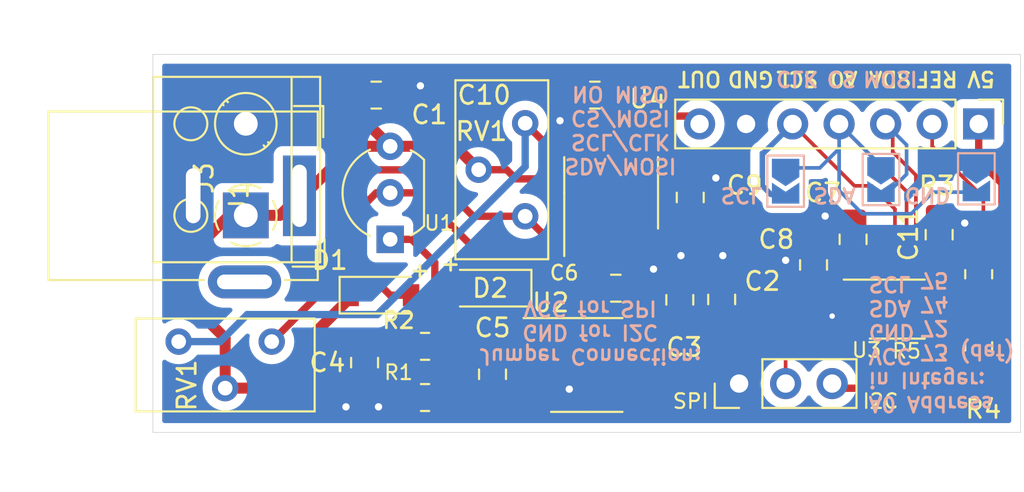
<source format=kicad_pcb>
(kicad_pcb (version 20211014) (generator pcbnew)
  (layers (0 "F.Cu" signal "Front") (31 "B.Cu" signal "Back") (34 "B.Paste" user) (35 "F.Paste" user) (36 "B.SilkS" user "B.Silkscreen") (37 "F.SilkS" user "F.Silkscreen") (38 "B.Mask" user) (39 "F.Mask" user) (44 "Edge.Cuts" user))
  (net 0 "")
  (net 1 "VCC")
  (net 2 "GND")
  (net 3 "5.4V")
  (net 4 "Net-(C4-Pad1)")
  (net 5 "Net-(C5-Pad1)")
  (net 6 "Net-(C5-Pad2)")
  (net 7 "NEG_BIAS")
  (net 8 "VREFIO")
  (net 9 "SDA")
  (net 10 "A0")
  (net 11 "SCL")
  (net 12 "COM_SEL")
  (net 13 "Net-(RV1-Pad1)")
  (net 14 "Net-(RV1-Pad3)")
  (net 18 "OUT")
  (net 21 "BUFF_OUT")
  (footprint "Capacitor_SMD:C_0805_2012Metric_Pad1.18x1.45mm_HandSolder" (layer "F.Cu") (at 128.016 80.391 90)
    (fp_text reference "C8" (at 1.397 -2.032) (layer "F.SilkS"))
    (fp_text value "100n")
    (fp_line (start -0.261252 -0.735) (end 0.261252 -0.735) (layer "F.SilkS") (width 0.12))
    (fp_line (start -0.261252 0.735) (end 0.261252 0.735) (layer "F.SilkS") (width 0.12))
    (pad "1" smd roundrect (at -1.0375 0 90) (size 1.175 1.45) (layers "F.Cu" "F.Paste" "F.Mask") (roundrect_rratio 0.212766) (net 3 "5.4V"))
    (pad "2" smd roundrect (at 1.0375 0 90) (size 1.175 1.45) (layers "F.Cu" "F.Paste" "F.Mask") (roundrect_rratio 0.212766) (net 2 "GND"))
  )
  (footprint "Resistor_SMD:R_0805_2012Metric_Pad1.20x1.40mm_HandSolder" (layer "F.Cu") (at 134.874 86.614 90)
    (fp_text reference "R5" (at 1.524 -1.778) (layer "F.SilkS") (effects (font (size 0.8 0.8) (thickness 0.12))))
    (fp_text value "10k")
    (fp_line (start -0.227064 0.735) (end 0.227064 0.735) (layer "F.SilkS") (width 0.12))
    (fp_line (start -0.227064 -0.735) (end 0.227064 -0.735) (layer "F.SilkS") (width 0.12))
    (pad "1" smd roundrect (at -1 0 90) (size 1.2 1.4) (layers "F.Cu" "F.Paste" "F.Mask") (roundrect_rratio 0.208333) (net 3 "5.4V"))
    (pad "2" smd roundrect (at 1 0 90) (size 1.2 1.4) (layers "F.Cu" "F.Paste" "F.Mask") (roundrect_rratio 0.208333) (net 11 "SCL"))
  )
  (footprint "Resistor_SMD:R_0805_2012Metric_Pad1.20x1.40mm_HandSolder" (layer "F.Cu") (at 137.033 80.899 -90)
    (fp_text reference "R3" (at -4.826 2.286 -180) (layer "F.SilkS"))
    (fp_text value "10k")
    (fp_line (start -0.227064 -0.735) (end 0.227064 -0.735) (layer "F.SilkS") (width 0.12))
    (fp_line (start -0.227064 0.735) (end 0.227064 0.735) (layer "F.SilkS") (width 0.12))
    (pad "1" smd roundrect (at -1 0 270) (size 1.2 1.4) (layers "F.Cu" "F.Paste" "F.Mask") (roundrect_rratio 0.208333) (net 3 "5.4V"))
    (pad "2" smd roundrect (at 1 0 270) (size 1.2 1.4) (layers "F.Cu" "F.Paste" "F.Mask") (roundrect_rratio 0.208333) (net 9 "SDA"))
  )
  (footprint "Capacitor_SMD:C_0805_2012Metric_Pad1.18x1.45mm_HandSolder" (layer "F.Cu") (at 134.874 78.74 90)
    (fp_text reference "C11" (at 0 -1.68 90) (layer "F.SilkS"))
    (fp_text value "1u")
    (fp_line (start -0.261252 0.735) (end 0.261252 0.735) (layer "F.SilkS") (width 0.12))
    (fp_line (start -0.261252 -0.735) (end 0.261252 -0.735) (layer "F.SilkS") (width 0.12))
    (pad "1" smd roundrect (at -1.0375 0 90) (size 1.175 1.45) (layers "F.Cu" "F.Paste" "F.Mask") (roundrect_rratio 0.212766) (net 8 "VREFIO"))
    (pad "2" smd roundrect (at 1.0375 0 90) (size 1.175 1.45) (layers "F.Cu" "F.Paste" "F.Mask") (roundrect_rratio 0.212766) (net 2 "GND"))
  )
  (footprint "Potentiometer_THT:Potentiometer_Bourns_3296Y_Vertical" (layer "F.Cu") (at 98.435 84.577)
    (fp_text reference "RV1" (at -4.6328 2.3926 90) (layer "F.SilkS"))
    (fp_text value "20k")
    (fp_line (start -7.425 3.81) (end 2.345 3.81) (layer "F.SilkS") (width 0.12))
    (fp_line (start 2.345 -1.26) (end 2.345 3.81) (layer "F.SilkS") (width 0.12))
    (fp_line (start -7.425 -1.26) (end 2.345 -1.26) (layer "F.SilkS") (width 0.12))
    (fp_line (start -7.425 -1.26) (end -7.425 3.81) (layer "F.SilkS") (width 0.12))
    (pad "1" thru_hole circle (at 0 0) (size 1.44 1.44) (drill 0.8) (layers *.Cu *.Mask) (net 13 "Net-(RV1-Pad1)"))
    (pad "2" thru_hole circle (at -2.54 2.54) (size 1.44 1.44) (drill 0.8) (layers *.Cu *.Mask) (net 1 "VCC"))
    (pad "3" thru_hole circle (at -5.08 0) (size 1.44 1.44) (drill 0.8) (layers *.Cu *.Mask) (net 14 "Net-(RV1-Pad3)"))
  )
  (footprint "Diode_SMD:D_SOD-123" (layer "F.Cu") (at 110.363 81.661 180)
    (fp_text reference "D2" (at 0 0) (layer "F.SilkS"))
    (fp_text value "D_Schottky")
    (fp_line (start -2.25 -1) (end 1.65 -1) (layer "F.SilkS") (width 0.12))
    (fp_line (start -2.25 1) (end 1.65 1) (layer "F.SilkS") (width 0.12))
    (fp_line (start -2.25 -1) (end -2.25 1) (layer "F.SilkS") (width 0.12))
    (pad "1" smd rect (at -1.65 0 180) (size 0.9 1.2) (layers "F.Cu" "F.Paste" "F.Mask") (net 3 "5.4V"))
    (pad "2" smd rect (at 1.65 0 180) (size 0.9 1.2) (layers "F.Cu" "F.Paste" "F.Mask") (net 4 "Net-(C4-Pad1)"))
  )
  (footprint "Resistor_SMD:R_0805_2012Metric_Pad1.20x1.40mm_HandSolder" (layer "F.Cu") (at 106.807 87.63 180)
    (fp_text reference "R1" (at 1.4478 1.3716) (layer "F.SilkS") (effects (font (size 0.8 0.8) (thickness 0.12))))
    (fp_text value "1k")
    (fp_line (start -0.227064 -0.735) (end 0.227064 -0.735) (layer "F.SilkS") (width 0.12))
    (fp_line (start -0.227064 0.735) (end 0.227064 0.735) (layer "F.SilkS") (width 0.12))
    (pad "1" smd roundrect (at -1 0 180) (size 1.2 1.4) (layers "F.Cu" "F.Paste" "F.Mask") (roundrect_rratio 0.208333) (net 4 "Net-(C4-Pad1)"))
    (pad "2" smd roundrect (at 1 0 180) (size 1.2 1.4) (layers "F.Cu" "F.Paste" "F.Mask") (roundrect_rratio 0.208333) (net 2 "GND"))
  )
  (footprint "Capacitor_SMD:C_0805_2012Metric_Pad1.18x1.45mm_HandSolder" (layer "F.Cu") (at 116.078 71.12 180)
    (fp_text reference "C10" (at 6.0452 0) (layer "F.SilkS"))
    (fp_text value "100n")
    (fp_line (start -0.261252 -0.735) (end 0.261252 -0.735) (layer "F.SilkS") (width 0.12))
    (fp_line (start -0.261252 0.735) (end 0.261252 0.735) (layer "F.SilkS") (width 0.12))
    (pad "1" smd roundrect (at -1.0375 0 180) (size 1.175 1.45) (layers "F.Cu" "F.Paste" "F.Mask") (roundrect_rratio 0.212766) (net 1 "VCC"))
    (pad "2" smd roundrect (at 1.0375 0 180) (size 1.175 1.45) (layers "F.Cu" "F.Paste" "F.Mask") (roundrect_rratio 0.212766) (net 2 "GND"))
  )
  (footprint "Package_SO:SOIC-8_3.9x4.9mm_P1.27mm" (layer "F.Cu") (at 115.635 85.852)
    (fp_text reference "U2" (at -1.97 -3.4) (layer "F.SilkS"))
    (fp_text value "ICL7660")
    (fp_line (start 0 -2.56) (end -3.45 -2.56) (layer "F.SilkS") (width 0.12))
    (fp_line (start 0 2.56) (end 1.95 2.56) (layer "F.SilkS") (width 0.12))
    (fp_line (start 0 -2.56) (end 1.95 -2.56) (layer "F.SilkS") (width 0.12))
    (fp_line (start 0 2.56) (end -1.95 2.56) (layer "F.SilkS") (width 0.12))
    (pad "1" smd roundrect (at -2.475 -1.905) (size 1.95 0.6) (layers "F.Cu" "F.Paste" "F.Mask"))
    (pad "2" smd roundrect (at -2.475 -0.635) (size 1.95 0.6) (layers "F.Cu" "F.Paste" "F.Mask") (net 5 "Net-(C5-Pad1)"))
    (pad "3" smd roundrect (at -2.475 0.635) (size 1.95 0.6) (layers "F.Cu" "F.Paste" "F.Mask") (net 2 "GND"))
    (pad "4" smd roundrect (at -2.475 1.905) (size 1.95 0.6) (layers "F.Cu" "F.Paste" "F.Mask") (net 6 "Net-(C5-Pad2)"))
    (pad "5" smd roundrect (at 2.475 1.905) (size 1.95 0.6) (layers "F.Cu" "F.Paste" "F.Mask") (net 7 "NEG_BIAS"))
    (pad "6" smd roundrect (at 2.475 0.635) (size 1.95 0.6) (layers "F.Cu" "F.Paste" "F.Mask"))
    (pad "7" smd roundrect (at 2.475 -0.635) (size 1.95 0.6) (layers "F.Cu" "F.Paste" "F.Mask"))
    (pad "8" smd roundrect (at 2.475 -1.905) (size 1.95 0.6) (layers "F.Cu" "F.Paste" "F.Mask") (net 3 "5.4V"))
  )
  (footprint "Capacitor_SMD:C_0805_2012Metric_Pad1.18x1.45mm_HandSolder" (layer "F.Cu") (at 120.715 82.296 90)
    (fp_text reference "C3" (at -2.5908 0.2398 180) (layer "F.SilkS"))
    (fp_text value "100n")
    (fp_line (start -0.261252 -0.735) (end 0.261252 -0.735) (layer "F.SilkS") (width 0.12))
    (fp_line (start -0.261252 0.735) (end 0.261252 0.735) (layer "F.SilkS") (width 0.12))
    (pad "1" smd roundrect (at -1.0375 0 90) (size 1.175 1.45) (layers "F.Cu" "F.Paste" "F.Mask") (roundrect_rratio 0.212766) (net 3 "5.4V"))
    (pad "2" smd roundrect (at 1.0375 0 90) (size 1.175 1.45) (layers "F.Cu" "F.Paste" "F.Mask") (roundrect_rratio 0.212766) (net 2 "GND"))
  )
  (footprint "Package_TO_SOT_THT:TO-92_Inline_Wide" (layer "F.Cu") (at 104.902 78.994 90)
    (fp_text reference "U1" (at 0.889 2.667) (layer "F.SilkS") (effects (font (size 0.8 0.8) (thickness 0.12))))
    (fp_text value "LM317L_TO92")
    (fp_line (start 0.74 1.85) (end 4.34 1.85) (layer "F.SilkS") (width 0.12))
    (fp_arc (start 4.864184 1.122795) (mid 4.633903 1.509328) (end 4.34 1.85) (layer "F.SilkS") (width 0.12))
    (fp_arc (start 0.1836 -1.098807) (mid 1.143021 -2.192817) (end 2.54 -2.6) (layer "F.SilkS") (width 0.12))
    (fp_arc (start 0.74 1.85) (mid 0.446097 1.509328) (end 0.215816 1.122795) (layer "F.SilkS") (width 0.12))
    (fp_arc (start 2.54 -2.6) (mid 3.936979 -2.192818) (end 4.8964 -1.098807) (layer "F.SilkS") (width 0.12))
    (pad "1" thru_hole rect (at 0 0 90) (size 1.5 1.5) (drill 0.8) (layers *.Cu *.Mask) (net 4 "Net-(C4-Pad1)"))
    (pad "2" thru_hole circle (at 2.54 0 90) (size 1.5 1.5) (drill 0.8) (layers *.Cu *.Mask) (net 3 "5.4V"))
    (pad "3" thru_hole circle (at 5.08 0 90) (size 1.5 1.5) (drill 0.8) (layers *.Cu *.Mask) (net 1 "VCC"))
  )
  (footprint "Capacitor_SMD:C_0805_2012Metric_Pad1.18x1.45mm_HandSolder" (layer "F.Cu") (at 104.14 71.12)
    (fp_text reference "C1" (at 2.8956 1.0668) (layer "F.SilkS"))
    (fp_text value "100n")
    (fp_line (start -0.261252 0.735) (end 0.261252 0.735) (layer "F.SilkS") (width 0.12))
    (fp_line (start -0.261252 -0.735) (end 0.261252 -0.735) (layer "F.SilkS") (width 0.12))
    (pad "1" smd roundrect (at -1.0375 0) (size 1.175 1.45) (layers "F.Cu" "F.Paste" "F.Mask") (roundrect_rratio 0.212766) (net 1 "VCC"))
    (pad "2" smd roundrect (at 1.0375 0) (size 1.175 1.45) (layers "F.Cu" "F.Paste" "F.Mask") (roundrect_rratio 0.212766) (net 2 "GND"))
  )
  (footprint "Capacitor_SMD:C_0805_2012Metric_Pad1.18x1.45mm_HandSolder" (layer "F.Cu") (at 103.505 85.725 -90)
    (fp_text reference "C4" (at 0 2.032 180) (layer "F.SilkS"))
    (fp_text value "10u")
    (fp_line (start -0.261252 0.735) (end 0.261252 0.735) (layer "F.SilkS") (width 0.12))
    (fp_line (start -0.261252 -0.735) (end 0.261252 -0.735) (layer "F.SilkS") (width 0.12))
    (pad "1" smd roundrect (at -1.0375 0 270) (size 1.175 1.45) (layers "F.Cu" "F.Paste" "F.Mask") (roundrect_rratio 0.212766) (net 4 "Net-(C4-Pad1)"))
    (pad "2" smd roundrect (at 1.0375 0 270) (size 1.175 1.45) (layers "F.Cu" "F.Paste" "F.Mask") (roundrect_rratio 0.212766) (net 2 "GND"))
  )
  (footprint "Capacitor_SMD:C_0805_2012Metric_Pad1.18x1.45mm_HandSolder" (layer "F.Cu") (at 123.001 82.2745 90)
    (fp_text reference "C2" (at 0.9945 2.221 180) (layer "F.SilkS"))
    (fp_text value "1u")
    (fp_line (start -0.261252 -0.735) (end 0.261252 -0.735) (layer "F.SilkS") (width 0.12))
    (fp_line (start -0.261252 0.735) (end 0.261252 0.735) (layer "F.SilkS") (width 0.12))
    (pad "1" smd roundrect (at -1.0375 0 90) (size 1.175 1.45) (layers "F.Cu" "F.Paste" "F.Mask") (roundrect_rratio 0.212766) (net 3 "5.4V"))
    (pad "2" smd roundrect (at 1.0375 0 90) (size 1.175 1.45) (layers "F.Cu" "F.Paste" "F.Mask") (roundrect_rratio 0.212766) (net 2 "GND"))
  )
  (footprint "Connector_PinHeader_2.54mm:PinHeader_1x07_P2.54mm_Vertical" (layer "F.Cu") (at 137.033 72.6948 -90)
    (fp_text reference "J2" hide)
    (fp_text value "Conn_01x07_Male")
    (fp_line (start -1.33 16.57) (end 1.33 16.57) (layer "F.SilkS") (width 0.12))
    (fp_line (start -1.33 1.27) (end 1.33 1.27) (layer "F.SilkS") (width 0.12))
    (fp_line (start -1.33 0) (end -1.33 -1.33) (layer "F.SilkS") (width 0.12))
    (fp_line (start 1.33 1.27) (end 1.33 16.57) (layer "F.SilkS") (width 0.12))
    (fp_line (start -1.33 -1.33) (end 0 -1.33) (layer "F.SilkS") (width 0.12))
    (fp_line (start -1.33 1.27) (end -1.33 16.57) (layer "F.SilkS") (width 0.12))
    (pad "1" thru_hole rect (at 0 0 270) (size 1.7 1.7) (drill 1) (layers *.Cu *.Mask) (net 3 "5.4V"))
    (pad "2" thru_hole oval (at 0 2.54 270) (size 1.7 1.7) (drill 1) (layers *.Cu *.Mask) (net 8 "VREFIO"))
    (pad "3" thru_hole oval (at 0 5.08 270) (size 1.7 1.7) (drill 1) (layers *.Cu *.Mask) (net 9 "SDA"))
    (pad "4" thru_hole oval (at 0 7.62 270) (size 1.7 1.7) (drill 1) (layers *.Cu *.Mask) (net 10 "A0"))
    (pad "5" thru_hole oval (at 0 10.16 270) (size 1.7 1.7) (drill 1) (layers *.Cu *.Mask) (net 11 "SCL"))
    (pad "6" thru_hole oval (at 0 12.7 270) (size 1.7 1.7) (drill 1) (layers *.Cu *.Mask) (net 2 "GND"))
    (pad "7" thru_hole oval (at 0 15.24 270) (size 1.7 1.7) (drill 1) (layers *.Cu *.Mask) (net 21 "BUFF_OUT"))
  )
  (footprint "Connector_BarrelJack:BarrelJack_AE" (layer "F.Cu") (at 99.949 76.616 -90)
    (fp_text reference "J1" (at 0.092 3.302 -270) (layer "F.SilkS"))
    (fp_text value "Barrel_Jack_Switch")
    (fp_line (start 4.6 13.7) (end -4.6 13.7) (layer "F.SilkS") (width 0.12))
    (fp_line (start -3.2 -1.3) (end -4.9 -1.3) (layer "F.SilkS") (width 0.12))
    (fp_line (start -4.9 -1.3) (end -4.9 0.3) (layer "F.SilkS") (width 0.12))
    (fp_line (start 2.5 -1) (end 4.6 -1) (layer "F.SilkS") (width 0.12))
    (fp_line (start -4.6 13.7) (end -4.6 -1) (layer "F.SilkS") (width 0.12))
    (fp_line (start 4.6 -1) (end 4.6 0.8) (layer "F.SilkS") (width 0.12))
    (fp_line (start -4.6 -1) (end -2.5 -1) (layer "F.SilkS") (width 0.12))
    (fp_line (start 4.6 5.2) (end 4.6 13.7) (layer "F.SilkS") (width 0.12))
    (pad "1" thru_hole rect (at 0 0 270) (size 4.4 1.8) (drill oval 3.4 0.8) (layers *.Cu *.Mask) (net 1 "VCC"))
    (pad "2" thru_hole oval (at 0 5.8 270) (size 4 1.8) (drill oval 3 0.8) (layers *.Cu *.Mask) (net 2 "GND"))
    (pad "3" thru_hole oval (at 4.7 3) (size 4 1.8) (drill oval 3 0.8) (layers *.Cu *.Mask))
  )
  (footprint "Resistor_SMD:R_0805_2012Metric_Pad1.20x1.40mm_HandSolder" (layer "F.Cu") (at 106.807 84.836 180)
    (fp_text reference "R2" (at 1.4478 1.4224) (layer "F.SilkS") (effects (font (size 0.9 0.9))))
    (fp_text value "1k")
    (fp_line (start -0.227064 -0.735) (end 0.227064 -0.735) (layer "F.SilkS") (width 0.12))
    (fp_line (start -0.227064 0.735) (end 0.227064 0.735) (layer "F.SilkS") (width 0.12))
    (pad "1" smd roundrect (at -1 0 180) (size 1.2 1.4) (layers "F.Cu" "F.Paste" "F.Mask") (roundrect_rratio 0.208333) (net 3 "5.4V"))
    (pad "2" smd roundrect (at 1 0 180) (size 1.2 1.4) (layers "F.Cu" "F.Paste" "F.Mask") (roundrect_rratio 0.208333) (net 4 "Net-(C4-Pad1)"))
  )
  (footprint "Capacitor_SMD:C_0805_2012Metric_Pad1.18x1.45mm_HandSolder" (layer "F.Cu") (at 121.285 76.708 90)
    (fp_text reference "C9" (at 0.6604 2.9718 180) (layer "F.SilkS"))
    (fp_text value "100n")
    (fp_line (start -0.261252 0.735) (end 0.261252 0.735) (layer "F.SilkS") (width 0.12))
    (fp_line (start -0.261252 -0.735) (end 0.261252 -0.735) (layer "F.SilkS") (width 0.12))
    (pad "1" smd roundrect (at -1.0375 0 90) (size 1.175 1.45) (layers "F.Cu" "F.Paste" "F.Mask") (roundrect_rratio 0.212766) (net 7 "NEG_BIAS"))
    (pad "2" smd roundrect (at 1.0375 0 90) (size 1.175 1.45) (layers "F.Cu" "F.Paste" "F.Mask") (roundrect_rratio 0.212766) (net 2 "GND"))
  )
  (footprint "Capacitor_SMD:C_0805_2012Metric_Pad1.18x1.45mm_HandSolder" (layer "F.Cu") (at 110.49 86.36 -90)
    (fp_text reference "C5" (at -2.54 0 180) (layer "F.SilkS"))
    (fp_text value "10u")
    (fp_line (start -0.261252 -0.735) (end 0.261252 -0.735) (layer "F.SilkS") (width 0.12))
    (fp_line (start -0.261252 0.735) (end 0.261252 0.735) (layer "F.SilkS") (width 0.12))
    (pad "1" smd roundrect (at -1.0375 0 270) (size 1.175 1.45) (layers "F.Cu" "F.Paste" "F.Mask") (roundrect_rratio 0.212766) (net 5 "Net-(C5-Pad1)"))
    (pad "2" smd roundrect (at 1.0375 0 270) (size 1.175 1.45) (layers "F.Cu" "F.Paste" "F.Mask") (roundrect_rratio 0.212766) (net 6 "Net-(C5-Pad2)"))
  )
  (footprint "Diode_SMD:D_SOD-123" (layer "F.Cu") (at 104.394 82.042)
    (fp_text reference "D1" (at -2.794 -1.905) (layer "F.SilkS"))
    (fp_text value "D_Schottky")
    (fp_line (start -2.25 1) (end 1.65 1) (layer "F.SilkS") (width 0.12))
    (fp_line (start -2.25 -1) (end 1.65 -1) (layer "F.SilkS") (width 0.12))
    (fp_line (start -2.25 -1) (end -2.25 1) (layer "F.SilkS") (width 0.12))
    (pad "1" smd rect (at -1.65 0) (size 0.9 1.2) (layers "F.Cu" "F.Paste" "F.Mask") (net 1 "VCC"))
    (pad "2" smd rect (at 1.65 0) (size 0.9 1.2) (layers "F.Cu" "F.Paste" "F.Mask") (net 3 "5.4V"))
  )
  (footprint "TerminalBlock_RND:TerminalBlock_RND_205-00001_1x02_P5.00mm_Horizontal" (layer "F.Cu") (at 97.02 77.684 90)
    (fp_text reference "J3" (at 2.032 -2.286 90) (layer "F.SilkS"))
    (fp_text value "Screw_Terminal_01x02")
    (fp_line (start 6.07 -1.275) (end 6.011 -1.216) (layer "F.SilkS") (width 0.12))
    (fp_line (start -2.8 4.3) (end -1.3 4.3) (layer "F.SilkS") (width 0.12))
    (fp_line (start 3.82 0.976) (end 3.726 1.069) (layer "F.SilkS") (width 0.12))
    (fp_line (start -2.8 2.56) (end -2.8 4.3) (layer "F.SilkS") (width 0.12))
    (fp_line (start 7.56 -5.06) (end 7.56 4.06) (layer "F.SilkS") (width 0.12))
    (fp_line (start -2.56 -5.06) (end -2.56 4.06) (layer "F.SilkS") (width 0.12))
    (fp_line (start 6.275 -1.069) (end 6.181 -0.976) (layer "F.SilkS") (width 0.12))
    (fp_line (start -2.56 -5.06) (end 7.56 -5.06) (layer "F.SilkS") (width 0.12))
    (fp_line (start -2.56 2.5) (end 7.56 2.5) (layer "F.SilkS") (width 0.12))
    (fp_line (start 3.99 1.216) (end 3.931 1.274) (layer "F.SilkS") (width 0.12))
    (fp_line (start -2.56 4.06) (end 7.56 4.06) (layer "F.SilkS") (width 0.12))
    (fp_arc (start 0.788712 1.483352) (mid 0.406429 1.630097) (end 0 1.68) (layer "F.SilkS") (width 0.12))
    (fp_arc (start -1.483953 0.789089) (mid -1.680708 0.00005) (end -1.484 -0.789) (layer "F.SilkS") (width 0.12))
    (fp_arc (start 0.029383 1.68045) (mid -0.392304 1.634281) (end -0.789 1.484) (layer "F.SilkS") (width 0.12))
    (fp_arc (start 1.483953 -0.789089) (mid 1.680708 -0.00005) (end 1.484 0.789) (layer "F.SilkS") (width 0.12))
    (fp_arc (start -0.789089 -1.483953) (mid -0.00005 -1.680708) (end 0.789 -1.484) (layer "F.SilkS") (width 0.12))
    (fp_circle (center 5 -3) (end 5.9 -3) (layer "F.SilkS") (width 0.12) (fill none))
    (fp_circle (center 0 -3) (end 0.9 -3) (layer "F.SilkS") (width 0.12) (fill none))
    (fp_circle (center 5 0) (end 6.68 0) (layer "F.SilkS") (width 0.12) (fill none))
    (pad "1" thru_hole rect (at 0 0 90) (size 2.5 2.5) (drill 1.3) (layers *.Cu *.Mask) (net 1 "VCC"))
    (pad "2" thru_hole circle (at 5 0 90) (size 2.5 2.5) (drill 1.3) (layers *.Cu *.Mask) (net 2 "GND"))
  )
  (footprint "Connector_PinHeader_2.54mm:PinHeader_1x03_P2.54mm_Vertical" (layer "F.Cu") (at 123.952 86.868 90)
    (fp_text reference "JP1" hide)
    (fp_text value "Jumper_3_Open")
    (fp_line (start -1.33 1.27) (end 1.33 1.27) (layer "F.SilkS") (width 0.12))
    (fp_line (start -1.33 0) (end -1.33 -1.33) (layer "F.SilkS") (width 0.12))
    (fp_line (start -1.33 -1.33) (end 0 -1.33) (layer "F.SilkS") (width 0.12))
    (fp_line (start -1.33 1.27) (end -1.33 6.41) (layer "F.SilkS") (width 0.12))
    (fp_line (start -1.33 6.41) (end 1.33 6.41) (layer "F.SilkS") (width 0.12))
    (fp_line (start 1.33 1.27) (end 1.33 6.41) (layer "F.SilkS") (width 0.12))
    (pad "1" thru_hole rect (at 0 0 90) (size 1.7 1.7) (drill 1) (layers *.Cu *.Mask) (net 2 "GND"))
    (pad "2" thru_hole oval (at 0 2.54 90) (size 1.7 1.7) (drill 1) (layers *.Cu *.Mask) (net 12 "COM_SEL"))
    (pad "3" thru_hole oval (at 0 5.08 90) (size 1.7 1.7) (drill 1) (layers *.Cu *.Mask) (net 3 "5.4V"))
  )
  (footprint "Package_SO:VSSOP-10_3x3mm_P0.5mm" (layer "F.Cu") (at 132.588 82.804)
    (fp_text reference "U3" (at -1.6764 2.2352) (layer "F.SilkS") (effects (font (size 0.8 0.8) (thickness 0.12))))
    (fp_text value "DAC80501MDGSR")
    (fp_text user "I2C" (at -0.9144 5.0292) (layer "F.SilkS") (effects (font (size 0.8 0.8) (thickness 0.12))))
    (fp_text user "SPI" (at -11.2776 5.0292) (layer "F.SilkS") (effects (font (size 0.8 0.8) (thickness 0.12))))
    (fp_line (start 0 -1.61) (end 1.5 -1.61) (layer "F.SilkS") (width 0.12))
    (fp_line (start 0 1.61) (end -1.5 1.61) (layer "F.SilkS") (width 0.12))
    (fp_line (start 0 1.61) (end 1.5 1.61) (layer "F.SilkS") (width 0.12))
    (fp_line (start 0 -1.61) (end -2.925 -1.61) (layer "F.SilkS") (width 0.12))
    (pad "1" smd roundrect (at -2.2 -1) (size 1.45 0.3) (layers "F.Cu" "F.Paste" "F.Mask") (net 3 "5.4V"))
    (pad "2" smd roundrect (at -2.2 -0.5) (size 1.45 0.3) (layers "F.Cu" "F.Paste" "F.Mask") (net 18 "OUT"))
    (pad "3" smd roundrect (at -2.2 0) (size 1.45 0.3) (layers "F.Cu" "F.Paste" "F.Mask"))
    (pad "4" smd roundrect (at -2.2 0.5) (size 1.45 0.3) (layers "F.Cu" "F.Paste" "F.Mask") (net 2 "GND"))
    (pad "5" smd roundrect (at -2.2 1) (size 1.45 0.3) (layers "F.Cu" "F.Paste" "F.Mask") (net 12 "COM_SEL"))
    (pad "6" smd roundrect (at 2.2 1) (size 1.45 0.3) (layers "F.Cu" "F.Paste" "F.Mask") (net 11 "SCL"))
    (pad "7" smd roundrect (at 2.2 0.5) (size 1.45 0.3) (layers "F.Cu" "F.Paste" "F.Mask") (net 10 "A0"))
    (pad "8" smd roundrect (at 2.2 0) (size 1.45 0.3) (layers "F.Cu" "F.Paste" "F.Mask") (net 9 "SDA"))
    (pad "9" smd roundrect (at 2.2 -0.5) (size 1.45 0.3) (layers "F.Cu" "F.Paste" "F.Mask"))
    (pad "10" smd roundrect (at 2.2 -1) (size 1.45 0.3) (layers "F.Cu" "F.Paste" "F.Mask") (net 8 "VREFIO"))
  )
  (footprint "Capacitor_SMD:C_0805_2012Metric_Pad1.18x1.45mm_HandSolder" (layer "F.Cu") (at 117.221 81.661)
    (fp_text reference "C6" (at -2.8194 -0.8382) (layer "F.SilkS") (effects (font (size 0.8 0.8) (thickness 0.13))))
    (fp_text value "10u")
    (fp_line (start -0.261252 0.735) (end 0.261252 0.735) (layer "F.SilkS") (width 0.12))
    (fp_line (start -0.261252 -0.735) (end 0.261252 -0.735) (layer "F.SilkS") (width 0.12))
    (pad "1" smd roundrect (at -1.0375 0) (size 1.175 1.45) (layers "F.Cu" "F.Paste" "F.Mask") (roundrect_rratio 0.212766) (net 7 "NEG_BIAS"))
    (pad "2" smd roundrect (at 1.0375 0) (size 1.175 1.45) (layers "F.Cu" "F.Paste" "F.Mask") (roundrect_rratio 0.212766) (net 2 "GND"))
  )
  (footprint "Potentiometer_THT:Potentiometer_Bourns_3296Y_Vertical" (layer "F.Cu") (at 112.273 77.734 -90)
    (fp_text reference "RV1" (at -4.6328 2.3926 180) (layer "F.SilkS"))
    (fp_text value "20k")
    (fp_line (start -7.425 -1.26) (end 2.345 -1.26) (layer "F.SilkS") (width 0.12))
    (fp_line (start -7.425 3.81) (end 2.345 3.81) (layer "F.SilkS") (width 0.12))
    (fp_line (start -7.425 -1.26) (end -7.425 3.81) (layer "F.SilkS") (width 0.12))
    (fp_line (start 2.345 -1.26) (end 2.345 3.81) (layer "F.SilkS") (width 0.12))
    (pad "1" thru_hole circle (at 0 0 270) (size 1.44 1.44) (drill 0.8) (layers *.Cu *.Mask) (net 13 "Net-(RV1-Pad1)"))
    (pad "2" thru_hole circle (at -2.54 2.54 270) (size 1.44 1.44) (drill 0.8) (layers *.Cu *.Mask) (net 1 "VCC"))
    (pad "3" thru_hole circle (at -5.08 0 270) (size 1.44 1.44) (drill 0.8) (layers *.Cu *.Mask) (net 14 "Net-(RV1-Pad3)"))
  )
  (footprint "Resistor_SMD:R_0805_2012Metric_Pad1.20x1.40mm_HandSolder" (layer "F.Cu") (at 137.033 84.836 90)
    (fp_text reference "R4" (at -3.429 0.254 180) (layer "F.SilkS"))
    (fp_text value "10k")
    (fp_line (start -0.227064 -0.735) (end 0.227064 -0.735) (layer "F.SilkS") (width 0.12))
    (fp_line (start -0.227064 0.735) (end 0.227064 0.735) (layer "F.SilkS") (width 0.12))
    (pad "1" smd roundrect (at -1 0 90) (size 1.2 1.4) (layers "F.Cu" "F.Paste" "F.Mask") (roundrect_rratio 0.208333) (net 3 "5.4V"))
    (pad "2" smd roundrect (at 1 0 90) (size 1.2 1.4) (layers "F.Cu" "F.Paste" "F.Mask") (roundrect_rratio 0.208333) (net 10 "A0"))
  )
  (footprint "Capacitor_SMD:C_0805_2012Metric_Pad1.18x1.45mm_HandSolder" (layer "F.Cu") (at 130.175 78.994 90)
    (fp_text reference "C7" (at 2.54 -1.651 180) (layer "F.SilkS"))
    (fp_text value "1u")
    (fp_line (start -0.261252 -0.735) (end 0.261252 -0.735) (layer "F.SilkS") (width 0.12))
    (fp_line (start -0.261252 0.735) (end 0.261252 0.735) (layer "F.SilkS") (width 0.12))
    (pad "1" smd roundrect (at -1.0375 0 90) (size 1.175 1.45) (layers "F.Cu" "F.Paste" "F.Mask") (roundrect_rratio 0.212766) (net 3 "5.4V"))
    (pad "2" smd roundrect (at 1.0375 0 90) (size 1.175 1.45) (layers "F.Cu" "F.Paste" "F.Mask") (roundrect_rratio 0.212766) (net 2 "GND"))
  )
  (footprint "Package_SO:SOIC-8_3.9x4.9mm_P1.27mm" (layer "F.Cu") (at 116.967 76.454 90)
    (fp_text reference "U4" (at 5.1308 2.0066 180) (layer "F.SilkS"))
    (fp_text value "OP07")
    (fp_line (start 0 2.56) (end 1.95 2.56) (layer "F.SilkS") (width 0.12))
    (fp_line (start 0 2.56) (end -1.95 2.56) (layer "F.SilkS") (width 0.12))
    (fp_line (start 0 -2.56) (end -3.45 -2.56) (layer "F.SilkS") (width 0.12))
    (fp_line (start 0 -2.56) (end 1.95 -2.56) (layer "F.SilkS") (width 0.12))
    (pad "1" smd roundrect (at -2.475 -1.905 90) (size 1.95 0.6) (layers "F.Cu" "F.Paste" "F.Mask") (net 13 "Net-(RV1-Pad1)"))
    (pad "2" smd roundrect (at -2.475 -0.635 90) (size 1.95 0.6) (layers "F.Cu" "F.Paste" "F.Mask") (net 21 "BUFF_OUT"))
    (pad "3" smd roundrect (at -2.475 0.635 90) (size 1.95 0.6) (layers "F.Cu" "F.Paste" "F.Mask") (net 18 "OUT"))
    (pad "4" smd roundrect (at -2.475 1.905 90) (size 1.95 0.6) (layers "F.Cu" "F.Paste" "F.Mask") (net 7 "NEG_BIAS"))
    (pad "5" smd roundrect (at 2.475 1.905 90) (size 1.95 0.6) (layers "F.Cu" "F.Paste" "F.Mask"))
    (pad "6" smd roundrect (at 2.475 0.635 90) (size 1.95 0.6) (layers "F.Cu" "F.Paste" "F.Mask") (net 21 "BUFF_OUT"))
    (pad "7" smd roundrect (at 2.475 -0.635 90) (size 1.95 0.6) (layers "F.Cu" "F.Paste" "F.Mask") (net 1 "VCC"))
    (pad "8" smd roundrect (at 2.475 -1.905 90) (size 1.95 0.6) (layers "F.Cu" "F.Paste" "F.Mask") (net 14 "Net-(RV1-Pad3)"))
  )
  (footprint "Jumper:SolderJumper-2_P1.3mm_Open_TrianglePad1.0x1.5mm" (layer "B.Cu") (at 136.906 75.692 -90)
    (fp_text reference "JP4" hide)
    (fp_text value "SolderJumper_2_Open")
    (fp_line (start 1.4 1) (end 1.4 -1) (layer "B.SilkS") (width 0.12))
    (fp_line (start 1.4 -1) (end -1.4 -1) (layer "B.SilkS") (width 0.12))
    (fp_line (start -1.4 1) (end 1.4 1) (layer "B.SilkS") (width 0.12))
    (fp_line (start -1.4 -1) (end -1.4 1) (layer "B.SilkS") (width 0.12))
    (pad "1" smd custom (at -0.725 0 270) (size 0.3 0.3) (layers "B.Cu" "B.Mask") (net 2 "GND") (options (clearance outline) (anchor rect)) (primitives (gr_poly (pts (xy 1 0) (xy 0.5 0.75) (xy -0.5 0.75) (xy -0.5 -0.75) (xy 0.5 -0.75)) (width 0) (fill yes))))
    (pad "2" smd custom (at 0.725 0 270) (size 0.3 0.3) (layers "B.Cu" "B.Mask") (net 10 "A0") (options (clearance outline) (anchor rect)) (primitives (gr_poly (pts (xy 0.5 0.75) (xy -0.65 0.75) (xy -0.15 0) (xy -0.65 -0.75) (xy 0.5 -0.75)) (width 0) (fill yes))))
  )
  (footprint "Jumper:SolderJumper-2_P1.3mm_Open_TrianglePad1.0x1.5mm" (layer "B.Cu") (at 126.492 75.819 -90)
    (fp_text reference "JP3" hide)
    (fp_text value "SolderJumper_2_Open")
    (fp_line (start 1.4 1) (end 1.4 -1) (layer "B.SilkS") (width 0.12))
    (fp_line (start -1.4 1) (end 1.4 1) (layer "B.SilkS") (width 0.12))
    (fp_line (start 1.4 -1) (end -1.4 -1) (layer "B.SilkS") (width 0.12))
    (fp_line (start -1.4 -1) (end -1.4 1) (layer "B.SilkS") (width 0.12))
    (pad "1" smd custom (at -0.725 0 270) (size 0.3 0.3) (layers "B.Cu" "B.Mask") (net 10 "A0") (options (clearance outline) (anchor rect)) (primitives (gr_poly (pts (xy 1 0) (xy 0.5 0.75) (xy -0.5 0.75) (xy -0.5 -0.75) (xy 0.5 -0.75)) (width 0) (fill yes))))
    (pad "2" smd custom (at 0.725 0 270) (size 0.3 0.3) (layers "B.Cu" "B.Mask") (net 11 "SCL") (options (clearance outline) (anchor rect)) (primitives (gr_poly (pts (xy 0.5 0.75) (xy -0.65 0.75) (xy -0.15 0) (xy -0.65 -0.75) (xy 0.5 -0.75)) (width 0) (fill yes))))
  )
  (footprint "Jumper:SolderJumper-2_P1.3mm_Open_TrianglePad1.0x1.5mm" (layer "B.Cu") (at 131.699 75.729 -90)
    (fp_text reference "JP2" hide)
    (fp_text value "SolderJumper_2_Open")
    (fp_line (start 1.4 1) (end 1.4 -1) (layer "B.SilkS") (width 0.12))
    (fp_line (start -1.4 1) (end 1.4 1) (layer "B.SilkS") (width 0.12))
    (fp_line (start 1.4 -1) (end -1.4 -1) (layer "B.SilkS") (width 0.12))
    (fp_line (start -1.4 -1) (end -1.4 1) (layer "B.SilkS") (width 0.12))
    (pad "1" smd custom (at -0.725 0 270) (size 0.3 0.3) (layers "B.Cu" "B.Mask") (net 10 "A0") (options (clearance outline) (anchor rect)) (primitives (gr_poly (pts (xy 1 0) (xy 0.5 0.75) (xy -0.5 0.75) (xy -0.5 -0.75) (xy 0.5 -0.75)) (width 0) (fill yes))))
    (pad "2" smd custom (at 0.725 0 270) (size 0.3 0.3) (layers "B.Cu" "B.Mask") (net 9 "SDA") (options (clearance outline) (anchor rect)) (primitives (gr_poly (pts (xy 0.5 0.75) (xy -0.65 0.75) (xy -0.15 0) (xy -0.65 -0.75) (xy 0.5 -0.75)) (width 0) (fill yes))))
  )
  (gr_rect (start 91.948 68.896) (end 139.319 89.535) (layer "Edge.Cuts") (width 0.0381) (fill none))
  (gr_text "SDA" (at 129.159 76.581 180) (layer "B.SilkS") (effects (font (size 0.8128 0.8128) (thickness 0.1524)) (justify mirror)))
  (gr_text "MOSI" (at 132.207 70.231 180) (layer "B.SilkS") (effects (font (size 0.8128 0.8128) (thickness 0.1524)) (justify mirror)))
  (gr_text "SDA/MOSI\nSCL/CLK\nCS/MOSI\nNO MISO" (at 117.475 73.025 180) (layer "B.SilkS") (effects (font (size 0.8128 0.8128) (thickness 0.1524)) (justify mirror)))
  (gr_text "SCL" (at 124.079 76.581 180) (layer "B.SilkS") (effects (font (size 0.8128 0.8128) (thickness 0.1524)) (justify mirror)))
  (gr_text "CLK" (at 127.127 70.231 180) (layer "B.SilkS") (effects (font (size 0.8128 0.8128) (thickness 0.1524)) (justify mirror)))
  (gr_text "GND" (at 134.239 76.581 180) (layer "B.SilkS") (effects (font (size 0.8128 0.8128) (thickness 0.1524)) (justify mirror)))
  (gr_text "73 (def)\n72\n74\n75" (at 133.731 83.185 180) (layer "B.SilkS") (effects (font (size 0.8128 0.8128) (thickness 0.1524)) (justify left mirror)))
  (gr_text "CS" (at 129.54 70.231 180) (layer "B.SilkS") (effects (font (size 0.8128 0.8128) (thickness 0.1524)) (justify mirror)))
  (gr_text "Jumper Connection:\nGND for I2C\nVCC for SPI\n" (at 115.824 84.074 180) (layer "B.SilkS") (effects (font (size 0.8128 0.8128) (thickness 0.1524)) (justify mirror)))
  (gr_text "A0 Address\nin Integer:\nVCC\nGND\nSDA\nSCL" (at 130.937 84.709 180) (layer "B.SilkS") (effects (font (size 0.8128 0.8128) (thickness 0.1524)) (justify left mirror)))
  (gr_text "SDA" (at 132.207 70.231 180) (layer "F.SilkS") (effects (font (size 0.8128 0.8128) (thickness 0.1524))))
  (gr_text "OUT" (at 121.793 70.231 180) (layer "F.SilkS") (effects (font (size 0.8128 0.8128) (thickness 0.1524))))
  (gr_text "SCL" (at 127.127 70.231 180) (layer "F.SilkS") (effects (font (size 0.8128 0.8128) (thickness 0.1524))))
  (gr_text "+" (at 106.5276 80.6704) (layer "F.SilkS") (effects (font (size 0.8128 0.8128) (thickness 0.1524))))
  (gr_text "5V" (at 137.16 70.231 180) (layer "F.SilkS") (effects (font (size 0.8128 0.8128) (thickness 0.1524))))
  (gr_text "REF" (at 134.747 70.231 180) (layer "F.SilkS") (effects (font (size 0.8128 0.8128) (thickness 0.1524))))
  (gr_text "GND" (at 124.587 70.231 180) (layer "F.SilkS") (effects (font (size 0.8128 0.8128) (thickness 0.1524))))
  (gr_text "A0" (at 129.667 70.231 180) (layer "F.SilkS") (effects (font (size 0.8128 0.8128) (thickness 0.1524))))
  (gr_text "+" (at 108.204 80.3148) (layer "F.SilkS") (effects (font (size 0.8128 0.8128) (thickness 0.1524))))
  (segment (start 97.02 77.684) (end 98.881 77.684) (width 0.6) (layer "F.Cu") (net 1))
  (segment (start 116.332 73.979) (end 116.332 71.9035) (width 0.4) (layer "F.Cu") (net 1))
  (segment (start 111.262 75.194) (end 109.733 75.194) (width 0.4) (layer "F.Cu") (net 1))
  (segment (start 116.332 75.057) (end 116.332 73.979) (width 0.4) (layer "F.Cu") (net 1))
  (segment (start 100.183 87.117) (end 95.895 87.117) (width 0.6) (layer "F.Cu") (net 1))
  (segment (start 108.453 73.914) (end 109.733 75.194) (width 0.6) (layer "F.Cu") (net 1))
  (segment (start 99.822 76.962) (end 102.87 73.914) (width 0.6) (layer "F.Cu") (net 1))
  (segment (start 100.8 86.5) (end 100.183 87.117) (width 0.6) (layer "F.Cu") (net 1))
  (segment (start 102.744 82.156) (end 100.8 84.1) (width 0.6) (layer "F.Cu") (net 1))
  (segment (start 116.332 71.9035) (end 117.1155 71.12) (width 0.4) (layer "F.Cu") (net 1))
  (segment (start 97.02 77.684) (end 96.116 77.684) (width 0.6) (layer "F.Cu") (net 1))
  (segment (start 111.76 75.692) (end 111.262 75.194) (width 0.4) (layer "F.Cu") (net 1))
  (segment (start 95.895 84.395) (end 95.895 87.117) (width 0.6) (layer "F.Cu") (net 1))
  (segment (start 93.6 80.2) (end 93.6 82.1) (width 0.6) (layer "F.Cu") (net 1))
  (segment (start 111.76 75.692) (end 115.697 75.692) (width 0.4) (layer "F.Cu") (net 1))
  (segment (start 93.6 82.1) (end 95.895 84.395) (width 0.6) (layer "F.Cu") (net 1))
  (segment (start 102.744 82.042) (end 102.744 82.156) (width 0.6) (layer "F.Cu") (net 1))
  (segment (start 102.87 73.914) (end 104.902 73.914) (width 0.6) (layer "F.Cu") (net 1))
  (segment (start 96.116 77.684) (end 93.6 80.2) (width 0.6) (layer "F.Cu") (net 1))
  (segment (start 100.8 84.1) (end 100.8 86.5) (width 0.6) (layer "F.Cu") (net 1))
  (segment (start 103.1025 71.12) (end 103.1025 72.1145) (width 0.6) (layer "F.Cu") (net 1))
  (segment (start 103.1025 72.1145) (end 104.902 73.914) (width 0.6) (layer "F.Cu") (net 1))
  (segment (start 98.881 77.684) (end 99.949 76.616) (width 0.6) (layer "F.Cu") (net 1))
  (segment (start 115.697 75.692) (end 116.332 75.057) (width 0.4) (layer "F.Cu") (net 1))
  (segment (start 104.902 73.914) (end 108.453 73.914) (width 0.6) (layer "F.Cu") (net 1))
  (segment (start 105.1775 71.0985) (end 105.664 70.612) (width 0.6) (layer "F.Cu") (net 2))
  (segment (start 122.6527 75.6705) (end 122.682 75.6412) (width 0.6) (layer "F.Cu") (net 2))
  (segment (start 115.0405 71.7765) (end 115.0405 71.12) (width 0.6) (layer "F.Cu") (net 2))
  (segment (start 114.173 72.517) (end 114.808 71.882) (width 0.6) (layer "F.Cu") (net 2))
  (segment (start 126.492 80.137) (end 127.2325 80.137) (width 0.6) (layer "F.Cu") (net 2))
  (segment (start 135.2765 78.105) (end 134.874 77.7025) (width 0.6) (layer "F.Cu") (net 2))
  (segment (start 120.715 81.2585) (end 120.715 79.945) (width 0.6) (layer "F.Cu") (net 2))
  (segment (start 129.151 83.304) (end 130.388 83.304) (width 0.4) (layer "F.Cu") (net 2))
  (segment (start 102.489 87.7785) (end 103.505 86.7625) (width 0.6) (layer "F.Cu") (net 2))
  (segment (start 118.2585 81.6395) (end 119.2784 80.6196) (width 0.6) (layer "F.Cu") (net 2))
  (segment (start 113.16 86.487) (end 113.9952 86.487) (width 0.6) (layer "F.Cu") (net 2))
  (segment (start 105.299 88.138) (end 105.807 87.63) (width 0.6) (layer "F.Cu") (net 2))
  (segment (start 114.935 71.882) (end 115.0405 71.7765) (width 0.6) (layer "F.Cu") (net 2))
  (segment (start 136.271 78.105) (end 135.2765 78.105) (width 0.6) (layer "F.Cu") (net 2))
  (segment (start 120.715 79.945) (end 120.777 79.883) (width 0.6) (layer "F.Cu") (net 2))
  (segment (start 129.032 83.185) (end 129.151 83.304) (width 0.4) (layer "F.Cu") (net 2))
  (segment (start 105.664 70.612) (end 106.553 70.612) (width 0.6) (layer "F.Cu") (net 2))
  (segment (start 123.001 81.237) (end 123.001 79.945) (width 0.6) (layer "F.Cu") (net 2))
  (segment (start 113.9952 86.487) (end 114.681 87.1728) (width 0.6) (layer "F.Cu") (net 2))
  (segment (start 104.267 88.138) (end 105.299 88.138) (width 0.6) (layer "F.Cu") (net 2))
  (segment (start 114.808 71.882) (end 114.935 71.882) (width 0.6) (layer "F.Cu") (net 2))
  (segment (start 121.285 75.6705) (end 122.6527 75.6705) (width 0.6) (layer "F.Cu") (net 2))
  (segment (start 123.001 79.945) (end 123.063 79.883) (width 0.6) (layer "F.Cu") (net 2))
  (segment (start 102.489 88.138) (end 102.489 87.7785) (width 0.6) (layer "F.Cu") (net 2))
  (segment (start 127.2325 80.137) (end 128.016 79.3535) (width 0.6) (layer "F.Cu") (net 2))
  (segment (start 128.651 77.724) (end 129.9425 77.724) (width 0.6) (layer "F.Cu") (net 2))
  (via (at 106.553 70.612) (size 0.9) (drill 0.4) (layers "F.Cu" "B.Cu") (net 2))
  (via (at 114.173 72.517) (size 0.9) (drill 0.4) (layers "F.Cu" "B.Cu") (net 2))
  (via (at 114.681 87.1728) (size 0.9) (drill 0.4) (layers "F.Cu" "B.Cu") (net 2))
  (via (at 120.777 79.883) (size 0.9) (drill 0.4) (layers "F.Cu" "B.Cu") (net 2))
  (via (at 123.063 79.883) (size 0.9) (drill 0.4) (layers "F.Cu" "B.Cu") (net 2))
  (via (at 122.682 75.6412) (size 0.9) (drill 0.4) (layers "F.Cu" "B.Cu") (net 2))
  (via (at 136.271 78.105) (size 0.9) (drill 0.4) (layers "F.Cu" "B.Cu") (net 2))
  (via (at 129.032 83.185) (size 0.6) (drill 0.3) (layers "F.Cu" "B.Cu") (net 2))
  (via (at 128.651 77.724) (size 0.9) (drill 0.4) (layers "F.Cu" "B.Cu") (net 2))
  (via (at 104.267 88.138) (size 0.9) (drill 0.4) (layers "F.Cu" "B.Cu") (net 2))
  (via (at 119.2784 80.6196) (size 0.9) (drill 0.4) (layers "F.Cu" "B.Cu") (net 2))
  (via (at 102.489 88.138) (size 0.9) (drill 0.4) (layers "F.Cu" "B.Cu") (net 2))
  (via (at 126.492 80.137) (size 0.9) (drill 0.4) (layers "F.Cu" "B.Cu") (net 2))
  (segment (start 106.044 82.042) (end 104.902 82.042) (width 0.4) (layer "F.Cu") (net 3))
  (segment (start 131.556 81.804) (end 131.572 81.788) (width 0.4) (layer "F.Cu") (net 3))
  (segment (start 138.303 86.487) (end 137.668 87.122) (width 0.4) (layer "F.Cu") (net 3))
  (segment (start 112.1908 81.4832) (end 114.7572 81.4832) (width 0.4) (layer "F.Cu") (net 3))
  (segment (start 106.426 82.424) (end 106.426 83.328) (width 0.4) (layer "F.Cu") (net 3))
  (segment (start 119.7356 88.5952) (end 116.3828 88.5952) (width 0.4) (layer "F.Cu") (net 3))
  (segment (start 138.303 78.613) (end 137.033 79.883) (width 0.4) (layer "F.Cu") (net 3))
  (segment (start 118.11 83.947) (end 119.1514 83.947) (width 0.4) (layer "F.Cu") (net 3))
  (segment (start 102.616 79.756) (end 102.616 77.978) (width 0.4) (layer "F.Cu") (net 3))
  (segment (start 104.14 76.454) (end 104.902 76.454) (width 0.4) (layer "F.Cu") (net 3))
  (segment (start 130.81 87.122) (end 129.032 87.122) (width 0.4) (layer "F.Cu") (net 3))
  (segment (start 115.697 87.9094) (end 116.3828 88.5952) (width 0.4) (layer "F.Cu") (net 3))
  (segment (start 132.207 85.725) (end 134.096 87.614) (width 0.4) (layer "F.Cu") (net 3))
  (segment (start 131.826 85.344) (end 132.207 85.725) (width 0.4) (layer "F.Cu") (net 3))
  (segment (start 115.697 86.487) (end 115.697 87.9094) (width 0.4) (layer "F.Cu") (net 3))
  (segment (start 138.303 84.836) (end 137.303 85.836) (width 0.4) (layer "F.Cu") (net 3))
  (segment (start 130.388 81.804) (end 131.556 81.804) (width 0.4) (layer "F.Cu") (net 3))
  (segment (start 106.044 82.042) (end 106.426 82.424) (width 0.4) (layer "F.Cu") (net 3))
  (segment (start 138.303 75.946) (end 137.033 74.676) (width 0.4) (layer "F.Cu") (net 3))
  (segment (start 130.388 81.804) (end 128.3915 81.804) (width 0.4) (layer "F.Cu") (net 3))
  (segment (start 138.303 84.836) (end 138.303 78.613) (width 0.4) (layer "F.Cu") (net 3))
  (segment (start 138.303 84.836) (end 138.303 86.487) (width 0.4) (layer "F.Cu") (net 3))
  (segment (start 102.616 77.978) (end 104.14 76.454) (width 0.4) (layer "F.Cu") (net 3))
  (segment (start 129.286 81.788) (end 131.064 81.788) (width 0.4) (layer "F.Cu") (net 3))
  (segment (start 119.7356 84.3129) (end 120.715 83.3335) (width 0.4) (layer "F.Cu") (net 3))
  (segment (start 104.902 76.454) (end 106.454 76.454) (width 0.4) (layer "F.Cu") (net 3))
  (segment (start 111.661 81.661) (end 112.013 81.661) (width 0.4) (layer "F.Cu") (net 3))
  (segment (start 119.7356 84.5312) (end 119.7356 88.5952) (width 0.4) (layer "F.Cu") (net 3))
  (segment (start 137.668 87.122) (end 135.366 87.122) (width 0.4) (layer "F.Cu") (net 3))
  (segment (start 135.366 87.122) (end 134.874 87.614) (width 0.4) (layer "F.Cu") (net 3))
  (segment (start 131.826 82.042) (end 131.826 85.344) (width 0.4) (layer "F.Cu") (net 3))
  (segment (start 133.8928 88.5952) (end 119.7356 88.5952) (width 0.4) (layer "F.Cu") (net 3))
  (segment (start 115.062 85.852) (end 115.697 86.487) (width 0.4) (layer "F.Cu") (net 3))
  (segment (start 106.426 83.328) (end 107.807 84.709) (width 0.4) (layer "F.Cu") (net 3))
  (segment (start 134.874 87.614) (end 133.8928 88.5952) (width 0.4) (layer "F.Cu") (net 3))
  (segment (start 132.207 85.725) (end 130.81 87.122) (width 0.4) (layer "F.Cu") (net 3))
  (segment (start 104.902 82.042) (end 102.616 79.756) (width 0.4) (layer "F.Cu") (net 3))
  (segment (start 119.7356 84.5312) (end 119.7356 84.3129) (width 0.4) (layer "F.Cu") (net 3))
  (segment (start 114.7572 81.4832) (end 115.062 81.788) (width 0.4) (layer "F.Cu") (net 3))
  (segment (start 137.033 74.676) (end 137.033 72.6948) (width 0.4) (layer "F.Cu") (net 3))
  (segment (start 119.1514 83.947) (end 119.7356 84.5312) (width 0.4) (layer "F.Cu") (net 3))
  (segment (start 120.7365 83.312) (end 123.001 83.312) (width 0.4) (layer "F.Cu") (net 3))
  (segment (start 131.572 81.788) (end 131.826 82.042) (width 0.4) (layer "F.Cu") (net 3))
  (segment (start 130.388 81.804) (end 130.388 80.2445) (width 0.4) (layer "F.Cu") (net 3))
  (segment (start 138.303 78.613) (end 138.303 75.946) (width 0.4) (layer "F.Cu") (net 3))
  (segment (start 115.062 81.788) (end 115.062 85.852) (width 0.4) (layer "F.Cu") (net 3))
  (segment (start 106.454 76.454) (end 111.661 81.661) (width 0.4) (layer "F.Cu") (net 3))
  (segment (start 107.3404 81.2292) (end 107.7722 81.661) (width 0.4) (layer "F.Cu") (net 4))
  (segment (start 107.7722 81.661) (end 108.713 81.661) (width 0.4) (layer "F.Cu") (net 4))
  (segment (start 107.331 86.233) (end 109.093 86.233) (width 0.4) (layer "F.Cu") (net 4))
  (segment (start 107.3404 81.2292) (end 107.3404 82.1944) (width 0.4) (layer "F.Cu") (net 4))
  (segment (start 107.3404 80.264) (end 107.3404 81.2292) (width 0.4) (layer "F.Cu") (net 4))
  (segment (start 108.966 83.312) (end 109.093 83.439) (width 0.4) (layer "F.Cu") (net 4))
  (segment (start 105.807 84.709) (end 107.331 86.233) (width 0.4) (layer "F.Cu") (net 4))
  (segment (start 103.505 84.6875) (end 105.7855 84.6875) (width 0.4) (layer "F.Cu") (net 4))
  (segment (start 108.458 83.312) (end 108.966 83.312) (width 0.4) (layer "F.Cu") (net 4))
  (segment (start 104.902 78.994) (end 106.0704 78.994) (width 0.4) (layer "F.Cu") (net 4))
  (segment (start 107.3404 82.1944) (end 108.458 83.312) (width 0.4) (layer "F.Cu") (net 4))
  (segment (start 109.093 86.233) (end 109.093 86.344) (width 0.4) (layer "F.Cu") (net 4))
  (segment (start 106.0704 78.994) (end 107.3404 80.264) (width 0.4) (layer "F.Cu") (net 4))
  (segment (start 109.093 83.439) (end 109.093 86.233) (width 0.4) (layer "F.Cu") (net 4))
  (segment (start 109.093 86.344) (end 107.807 87.63) (width 0.4) (layer "F.Cu") (net 4))
  (segment (start 113.0545 85.3225) (end 113.16 85.217) (width 0.4) (layer "F.Cu") (net 5))
  (segment (start 110.49 85.3225) (end 113.0545 85.3225) (width 0.4) (layer "F.Cu") (net 5))
  (segment (start 112.8005 87.3975) (end 113.16 87.757) (width 0.4) (layer "F.Cu") (net 6))
  (segment (start 110.49 87.3975) (end 112.8005 87.3975) (width 0.4) (layer "F.Cu") (net 6))
  (segment (start 116.332 86.868) (end 117.221 87.757) (width 0.4) (layer "F.Cu") (net 7))
  (segment (start 117.348 80.518) (end 117.475 80.391) (width 0.4) (layer "F.Cu") (net 7))
  (segment (start 118.11 80.391) (end 118.872 79.629) (width 0.4) (layer "F.Cu") (net 7))
  (segment (start 117.221 87.757) (end 118.11 87.757) (width 0.4) (layer "F.Cu") (net 7))
  (segment (start 120.0555 77.7455) (end 118.872 78.929) (width 0.6) (layer "F.Cu") (net 7))
  (segment (start 116.332 80.772) (end 116.332 86.868) (width 0.4) (layer "F.Cu") (net 7))
  (segment (start 116.586 80.518) (end 116.332 80.772) (width 0.4) (layer "F.Cu") (net 7))
  (segment (start 116.586 80.518) (end 117.348 80.518) (width 0.4) (layer "F.Cu") (net 7))
  (segment (start 121.285 77.7455) (end 120.0555 77.7455) (width 0.6) (layer "F.Cu") (net 7))
  (segment (start 117.475 80.391) (end 118.11 80.391) (width 0.4) (layer "F.Cu") (net 7))
  (segment (start 137.287 78.105) (end 136.398 78.994) (width 0.2) (layer "F.Cu") (net 8))
  (segment (start 134.493 73.914) (end 137.287 76.708) (width 0.2) (layer "F.Cu") (net 8))
  (segment (start 134.493 72.6948) (end 134.493 73.914) (width 0.2) (layer "F.Cu") (net 8))
  (segment (start 136.398 78.994) (end 135.6575 78.994) (width 0.2) (layer "F.Cu") (net 8))
  (segment (start 137.287 76.708) (end 137.287 78.105) (width 0.2) (layer "F.Cu") (net 8))
  (segment (start 134.788 81.804) (end 134.788 79.8635) (width 0.2) (layer "F.Cu") (net 8))
  (segment (start 135.6575 78.994) (end 134.874 79.7775) (width 0.2) (layer "F.Cu") (net 8))
  (segment (start 135.906 82.804) (end 134.788 82.804) (width 0.2) (layer "F.Cu") (net 9))
  (segment (start 134.788 82.804) (end 133.858 82.804) (width 0.2) (layer "F.Cu") (net 9))
  (segment (start 133.858 82.804) (end 133.604 82.55) (width 0.2) (layer "F.Cu") (net 9))
  (segment (start 136.922 81.788) (end 135.906 82.804) (width 0.2) (layer "F.Cu") (net 9))
  (segment (start 133.604 75.4888) (end 132.339 74.2238) (width 0.2) (layer "F.Cu") (net 9))
  (segment (start 132.339 74.2238) (end 132.339 73.0808) (width 0.2) (layer "F.Cu") (net 9))
  (segment (start 133.604 82.55) (end 133.604 75.4888) (width 0.2) (layer "F.Cu") (net 9))
  (segment (start 131.699 76.454) (end 132.08 76.454) (width 0.2) (layer "B.Cu") (net 9))
  (segment (start 133.096 75.438) (end 133.096 73.8378) (width 0.2) (layer "B.Cu") (net 9))
  (segment (start 133.096 73.8378) (end 131.953 72.6948) (width 0.2) (layer "B.Cu") (net 9))
  (segment (start 132.08 76.454) (end 133.096 75.438) (width 0.2) (layer "B.Cu") (net 9))
  (segment (start 133.604 83.312) (end 133.096 82.804) (width 0.2) (layer "F.Cu") (net 10))
  (segment (start 136.406 83.304) (end 136.922 83.82) (width 0.2) (layer "F.Cu") (net 10))
  (segment (start 133.89623 83.304) (end 133.88823 83.312) (width 0.2) (layer "F.Cu") (net 10))
  (segment (start 136.501 83.304) (end 137.033 83.836) (width 0.2) (layer "F.Cu") (net 10))
  (segment (start 134.788 83.304) (end 136.501 83.304) (width 0.2) (layer "F.Cu") (net 10))
  (segment (start 134.788 83.304) (end 133.89623 83.304) (width 0.2) (layer "F.Cu") (net 10))
  (segment (start 133.096 76.3778) (end 129.413 72.6948) (width 0.2) (layer "F.Cu") (net 10))
  (segment (start 133.88823 83.312) (end 133.604 83.312) (width 0.2) (layer "F.Cu") (net 10))
  (segment (start 133.096 82.804) (end 133.096 76.3778) (width 0.2) (layer "F.Cu") (net 10))
  (segment (start 133.35 77.597) (end 130.683 77.597) (width 0.2) (layer "B.Cu") (net 10))
  (segment (start 136.906 76.417) (end 134.53 76.417) (width 0.2) (layer "B.Cu") (net 10))
  (segment (start 131.699 74.9808) (end 129.413 72.6948) (width 0.2) (layer "B.Cu") (net 10))
  (segment (start 134.53 76.417) (end 133.35 77.597) (width 0.2) (layer "B.Cu") (net 10))
  (segment (start 131.699 75.004) (end 131.699 74.9808) (width 0.2) (layer "B.Cu") (net 10))
  (segment (start 129.413 72.6948) (end 129.413 74.041) (width 0.2) (layer "B.Cu") (net 10))
  (segment (start 129.413 74.041) (end 129.413 76.327) (width 0.2) (layer "B.Cu") (net 10))
  (segment (start 126.492 75.094) (end 128.36 75.094) (width 0.2) (layer "B.Cu") (net 10))
  (segment (start 129.413 76.327) (end 130.683 77.597) (width 0.2) (layer "B.Cu") (net 10))
  (segment (start 128.36 75.094) (end 129.413 74.041) (width 0.2) (layer "B.Cu") (net 10))
  (segment (start 130.2512 76.073) (end 131.191 76.073) (width 0.2) (layer "F.Cu") (net 11))
  (segment (start 134.788 83.804) (end 134.788 85.528) (width 0.2) (layer "F.Cu") (net 11))
  (segment (start 126.873 72.6948) (end 130.2512 76.073) (width 0.2) (layer "F.Cu") (net 11))
  (segment (start 133.461 83.804) (end 134.788 83.804) (width 0.2) (layer "F.Cu") (net 11))
  (segment (start 132.461 77.343) (end 132.461 82.804) (width 0.2) (layer "F.Cu") (net 11))
  (segment (start 132.461 82.804) (end 133.461 83.804) (width 0.2) (layer "F.Cu") (net 11))
  (segment (start 131.191 76.073) (end 132.461 77.343) (width 0.2) (layer "F.Cu") (net 11))
  (segment (start 126.492 76.544) (end 125.693 76.544) (width 0.3) (layer "B.Cu") (net 11))
  (segment (start 125.2728 74.295) (end 126.873 72.6948) (width 0.3) (layer "B.Cu") (net 11))
  (segment (start 125.222 74.295) (end 125.2728 74.295) (width 0.3) (layer "B.Cu") (net 11))
  (segment (start 125.693 76.544) (end 125.222 76.073) (width 0.3) (layer "B.Cu") (net 11))
  (segment (start 125.222 76.073) (end 125.222 74.295) (width 0.3) (layer "B.Cu") (net 11))
  (segment (start 127.6256 83.804) (end 126.492 84.9376) (width 0.2) (layer "F.Cu") (net 12))
  (segment (start 126.492 84.9376) (end 126.492 86.868) (width 0.2) (layer "F.Cu") (net 12))
  (segment (start 130.388 83.804) (end 127.6256 83.804) (width 0.2) (layer "F.Cu") (net 12))
  (segment (start 101.7 81.312) (end 98.435 84.577) (width 0.4) (layer "F.Cu") (net 13))
  (segment (start 106.9 75.2) (end 103.6 75.2) (width 0.4) (layer "F.Cu") (net 13))
  (segment (start 101.7 77.1) (end 101.7 81.312) (width 0.4) (layer "F.Cu") (net 13))
  (segment (start 112.273 77.734) (end 109.434 77.734) (width 0.4) (layer "F.Cu") (net 13))
  (segment (start 113.468 78.929) (end 112.273 77.734) (width 0.4) (layer "F.Cu") (net 13))
  (segment (start 109.434 77.734) (end 106.9 75.2) (width 0.4) (layer "F.Cu") (net 13))
  (segment (start 103.6 75.2) (end 101.7 77.1) (width 0.4) (layer "F.Cu") (net 13))
  (segment (start 113.468 78.929) (end 115.062 78.929) (width 0.4) (layer "F.Cu") (net 13))
  (segment (start 112.273 72.654) (end 113.598 73.979) (width 0.4) (layer "F.Cu") (net 14))
  (segment (start 113.598 73.979) (end 115.062 73.979) (width 0.4) (layer "F.Cu") (net 14))
  (segment (start 97.1 83.1) (end 104.2 83.1) (width 0.4) (layer "B.Cu") (net 14))
  (segment (start 104.2 83.1) (end 112.273 75.027) (width 0.4) (layer "B.Cu") (net 14))
  (segment (start 112.273 75.027) (end 112.273 72.654) (width 0.4) (layer "B.Cu") (net 14))
  (segment (start 93.355 84.577) (end 95.623 84.577) (width 0.4) (layer "B.Cu") (net 14))
  (segment (start 95.623 84.577) (end 97.1 83.1) (width 0.4) (layer "B.Cu") (net 14))
  (segment (start 124.968 83.058) (end 128.1684 83.058) (width 0.2) (layer "F.Cu") (net 18))
  (segment (start 128.9224 82.304) (end 128.1684 83.058) (width 0.2) (layer "F.Cu") (net 18))
  (segment (start 117.602 77.216) (end 117.602 78.929) (width 0.2) (layer "F.Cu") (net 18))
  (segment (start 130.388 82.304) (end 128.9224 82.304) (width 0.2) (layer "F.Cu") (net 18))
  (segment (start 124.206 77.724) (end 123.19 76.708) (width 0.2) (layer "F.Cu") (net 18))
  (segment (start 118.11 76.708) (end 117.602 77.216) (width 0.2) (layer "F.Cu") (net 18))
  (segment (start 124.206 82.296) (end 124.206 77.724) (width 0.2) (layer "F.Cu") (net 18))
  (segment (start 123.19 76.708) (end 118.11 76.708) (width 0.2) (layer "F.Cu") (net 18))
  (segment (start 124.968 83.058) (end 124.206 82.296) (width 0.2) (layer "F.Cu") (net 18))
  (segment (start 116.332 76.327) (end 116.332 78.929) (width 0.4) (layer "F.Cu") (net 21))
  (segment (start 117.602 75.057) (end 116.332 76.327) (width 0.4) (layer "F.Cu") (net 21))
  (segment (start 117.602 73.979) (end 117.602 75.057) (width 0.4) (layer "F.Cu") (net 21))
  (segment (start 117.602 73.979) (end 117.602 73.025) (width 0.4) (layer "F.Cu") (net 21))
  (segment (start 118.364 72.263) (end 121.3612 72.263) (width 0.4) (layer "F.Cu") (net 21))
  (segment (start 117.602 73.025) (end 118.364 72.263) (width 0.4) (layer "F.Cu") (net 21))
  (zone (net 2) (net_name "GND") (layer "B.Cu") (connect_pads yes (clearance 0.508)) (min_thickness 0.254) (fill yes (thermal_gap 0.508) (thermal_bridge_width 0.508))
    (polygon (pts (xy 139.319 89.535) (xy 91.948 89.535) (xy 91.948 68.959) (xy 139.319 68.959)))
  )
)
</source>
